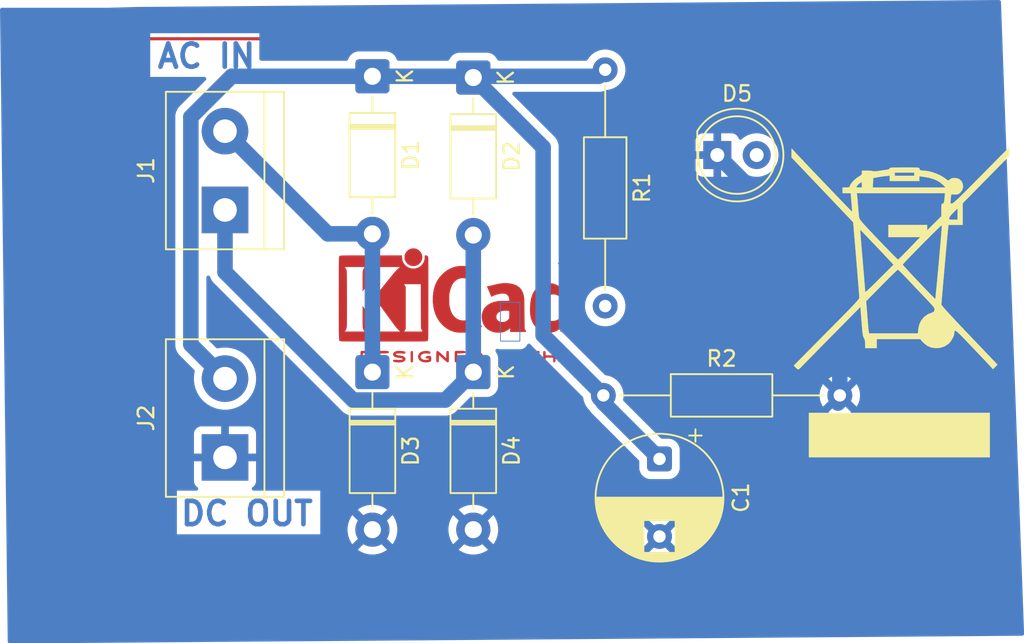
<source format=kicad_pcb>
(kicad_pcb (version 20241229) (generator "pcbnew") (generator_version "9.0")
  (layers (0 "F.Cu" signal) (2 "B.Cu" signal) (13 "F.Paste" user) (15 "B.Paste" user) (5 "F.SilkS" user "F.Silkscreen") (7 "B.SilkS" user "B.Silkscreen") (1 "F.Mask" user) (3 "B.Mask" user) (25 "Edge.Cuts" user))
  (net 0 "")
  (net 1 "Net-(D2-A)")
  (net 2 "Net-(D1-A)")
  (net 3 "/+VE")
  (net 4 "GND")
  (net 5 "Net-(D5-A)")
  (footprint "LED_THT:LED_D5.0mm" (layer "F.Cu") (at 168.725 69)
    (property "Reference" "D5" (at 1.27 -3.96 0) (layer "F.SilkS"))
    (property "Value" "LED")
    (pad "1" thru_hole rect (at 0 0) (size 1.8 1.8) (drill 0.9) (layers "*.Cu" "*.Mask") (net 4 "GND"))
    (pad "2" thru_hole circle (at 2.54 0) (size 1.8 1.8) (drill 0.9) (layers "*.Cu" "*.Mask") (net 5 "Net-(D5-A)"))
  )
  (footprint "TerminalBlock:TerminalBlock_bornier-2_P5.08mm" (layer "F.Cu") (at 137 88.5 90)
    (property "Reference" "J2" (at 2.54 -5.08 90) (layer "F.SilkS"))
    (property "Value" "Screw_Terminal_01x02")
    (pad "1" thru_hole rect (at 0 0 90) (size 3 3) (drill 1.52) (layers "*.Cu" "*.Mask") (net 4 "GND"))
    (pad "2" thru_hole circle (at 5.08 0 90) (size 3 3) (drill 1.52) (layers "*.Cu" "*.Mask") (net 3 "/+VE"))
  )
  (footprint "Resistor_THT:R_Axial_DIN0207_L6.3mm_D2.5mm_P15.24mm_Horizontal" (layer "F.Cu") (at 161.5 63.5 -90)
    (property "Reference" "R1" (at 7.62 -2.37 90) (layer "F.SilkS"))
    (property "Value" "10k")
    (pad "1" thru_hole circle (at 0 0 270) (size 1.6 1.6) (drill 0.8) (layers "*.Cu" "*.Mask") (net 3 "/+VE"))
    (pad "2" thru_hole circle (at 15.24 0 270) (size 1.6 1.6) (drill 0.8) (layers "*.Cu" "*.Mask") (net 5 "Net-(D5-A)"))
  )
  (footprint "Diode_THT:D_DO-41_SOD81_P10.16mm_Horizontal" (layer "F.Cu") (at 146.5 83 -90)
    (property "Reference" "D3" (at 5.08 -2.47 90) (layer "F.SilkS"))
    (property "Value" "1N4007")
    (fp_text user "K" (at 0 -2.1 90) (layer "F.SilkS"))
    (pad "1" thru_hole roundrect (at 0 0 270) (size 2.2 2.2) (drill 1.1) (layers "*.Cu" "*.Mask") (roundrect_rratio 0.113636) (net 2 "Net-(D1-A)"))
    (pad "2" thru_hole circle (at 10.16 0 270) (size 2.2 2.2) (drill 1.1) (layers "*.Cu" "*.Mask") (net 4 "GND"))
  )
  (footprint "Symbol:KiCad-Logo2_6mm_Copper" (layer "F.Cu") (at 152 78)
    (property "Reference" "REF**" (hide yes))
    (property "Value" "KiCad-Logo2_6mm_Copper" (hide yes))
    (fp_poly (pts (xy 4.200322 3.642069) (xy 4.224035 3.656839) (xy 4.250686 3.678419) (xy 4.250686 3.999965) (xy 4.250601 4.094022) (xy 4.250237 4.168124) (xy 4.249432 4.224896) (xy 4.248021 4.26696) (xy 4.245841 4.29694) (xy 4.242729 4.317459) (xy 4.238522 4.331141) (xy 4.233056 4.340608) (xy 4.22918 4.345274) (xy 4.197742 4.365767) (xy 4.161941 4.364931) (xy 4.130581 4.347456) (xy 4.10393 4.325876) (xy 4.10393 3.678419) (xy 4.130581 3.656839) (xy 4.156302 3.641141) (xy 4.177308 3.635259) (xy 4.200322 3.642069)) (stroke (width 0.01)) (fill yes) (layer "F.Cu"))
    (fp_poly (pts (xy -2.912114 3.657837) (xy -2.905534 3.66541) (xy -2.900371 3.675179) (xy -2.896456 3.689763) (xy -2.893616 3.711777) (xy -2.891679 3.74384) (xy -2.890475 3.788567) (xy -2.889831 3.848577) (xy -2.889576 3.926486) (xy -2.889537 4.002148) (xy -2.889606 4.095994) (xy -2.88993 4.169881) (xy -2.890678 4.226424) (xy -2.892024 4.268241) (xy -2.894138 4.297949) (xy -2.897192 4.318165) (xy -2.901358 4.331506) (xy -2.906808 4.34059) (xy -2.912114 4.346459) (xy -2.945118 4.366139) (xy -2.980283 4.364373) (xy -3.011747 4.342909) (xy -3.018976 4.334529) (xy -3.024626 4.324806) (xy -3.028891 4.311053) (xy -3.031965 4.290581) (xy -3.034044 4.260704) (xy -3.035322 4.218733) (xy -3.035993 4.161981) (xy -3.036251 4.087759) (xy -3.036292 4.003729) (xy -3.036292 3.690677) (xy -3.008583 3.662968) (xy -2.974429 3.639655) (xy -2.941298 3.638815) (xy -2.912114 3.657837)) (stroke (width 0.01)) (fill yes) (layer "F.Cu"))
    (fp_poly (pts (xy -2.726079 -2.96351) (xy -2.622973 -2.927762) (xy -2.526978 -2.871493) (xy -2.441247 -2.794712) (xy -2.36893 -2.697427) (xy -2.336445 -2.636108) (xy -2.308332 -2.55034) (xy -2.294705 -2.451323) (xy -2.296214 -2.349529) (xy -2.312969 -2.257286) (xy -2.358763 -2.144568) (xy -2.425168 -2.046793) (xy -2.508809 -1.965885) (xy -2.606312 -1.903768) (xy -2.7143 -1.862366) (xy -2.829399 -1.843603) (xy -2.948234 -1.849402) (xy -3.006811 -1.861794) (xy -3.120972 -1.906203) (xy -3.222365 -1.973967) (xy -3.308545 -2.062999) (xy -3.377066 -2.171209) (xy -3.382864 -2.183027) (xy -3.402904 -2.227372) (xy -3.415487 -2.26472) (xy -3.422319 -2.30412) (xy -3.425105 -2.354619) (xy -3.425568 -2.409567) (xy -3.424803 -2.475585) (xy -3.421352 -2.523311) (xy -3.413477 -2.561897) (xy -3.399443 -2.600494) (xy -3.38212 -2.638574) (xy -3.317505 -2.746672) (xy -3.237934 -2.834197) (xy -3.14656 -2.901159) (xy -3.046536 -2.947564) (xy -2.941012 -2.973419) (xy -2.833142 -2.978732) (xy -2.726079 -2.96351)) (stroke (width 0.01)) (fill yes) (layer "F.Cu"))
    (fp_poly (pts (xy 4.974773 3.635355) (xy 5.05348 3.635734) (xy 5.114571 3.636525) (xy 5.160525 3.637862) (xy 5.193822 3.639875) (xy 5.216944 3.642698) (xy 5.23237 3.646461) (xy 5.242579 3.651297) (xy 5.247521 3.655014) (xy 5.273165 3.68755) (xy 5.276267 3.72133) (xy 5.260419 3.752018) (xy 5.250056 3.764281) (xy 5.238904 3.772642) (xy 5.222743 3.777849) (xy 5.19735 3.780649) (xy 5.158506 3.781788) (xy 5.101988 3.782013) (xy 5.090888 3.782014) (xy 4.944952 3.782014) (xy 4.944952 4.052948) (xy 4.944856 4.138346) (xy 4.944419 4.204056) (xy 4.94342 4.252966) (xy 4.941636 4.287965) (xy 4.938845 4.311941) (xy 4.934825 4.327785) (xy 4.929353 4.338383) (xy 4.922374 4.346459) (xy 4.889442 4.366304) (xy 4.855062 4.36474) (xy 4.823884 4.342098) (xy 4.821594 4.339292) (xy 4.814137 4.328684) (xy 4.808455 4.316273) (xy 4.804309 4.299042) (xy 4.801458 4.273976) (xy 4.799662 4.238059) (xy 4.79868 4.188275) (xy 4.798272 4.121609) (xy 4.798197 4.045781) (xy 4.798197 3.782014) (xy 4.658835 3.782014) (xy 4.59903 3.78161) (xy 4.557626 3.780032) (xy 4.530456 3.776739) (xy 4.513354 3.771184) (xy 4.502151 3.762823) (xy 4.500791 3.76137) (xy 4.484433 3.728131) (xy 4.48588 3.690554) (xy 4.504686 3.657837) (xy 4.511958 3.65149) (xy 4.521335 3.646458) (xy 4.535317 3.642588) (xy 4.556404 3.639729) (xy 4.587097 3.637727) (xy 4.629897 3.636431) (xy 4.687303 3.63569) (xy 4.761818 3.63535) (xy 4.855941 3.63526) (xy 4.875968 3.635259) (xy 4.974773 3.635355)) (stroke (width 0.01)) (fill yes) (layer "F.Cu"))
    (fp_poly (pts (xy 6.240531 3.640725) (xy 6.27191 3.662968) (xy 6.299619 3.690677) (xy 6.299619 4.000112) (xy 6.299546 4.091991) (xy 6.299203 4.164032) (xy 6.2984 4.218972) (xy 6.296949 4.259552) (xy 6.29466 4.288509) (xy 6.291344 4.308583) (xy 6.286813 4.322513) (xy 6.280877 4.333037) (xy 6.276222 4.339292) (xy 6.245491 4.363865) (xy 6.210204 4.366533) (xy 6.177953 4.351463) (xy 6.167296 4.342566) (xy 6.160172 4.330749) (xy 6.155875 4.311718) (xy 6.153699 4.281184) (xy 6.152936 4.234854) (xy 6.152863 4.199063) (xy 6.152863 4.064237) (xy 5.656152 4.064237) (xy 5.656152 4.186892) (xy 5.655639 4.242979) (xy 5.653584 4.281525) (xy 5.649216 4.307553) (xy 5.641764 4.326089) (xy 5.632755 4.339292) (xy 5.601852 4.363796) (xy 5.566904 4.366698) (xy 5.533446 4.349281) (xy 5.524312 4.340151) (xy 5.51786 4.328047) (xy 5.513605 4.309193) (xy 5.51106 4.279812) (xy 5.509737 4.236129) (xy 5.509151 4.174367) (xy 5.509083 4.160192) (xy 5.508599 4.043823) (xy 5.508349 3.947919) (xy 5.508431 3.870369) (xy 5.508939 3.809061) (xy 5.50997 3.761882) (xy 5.511621 3.726722) (xy 5.513987 3.701468) (xy 5.517165 3.684009) (xy 5.521252 3.672233) (xy 5.526342 3.664027) (xy 5.531974 3.657837) (xy 5.563836 3.638036) (xy 5.597065 3.640725) (xy 5.628443 3.662968) (xy 5.641141 3.677318) (xy 5.649234 3.69317) (xy 5.65375 3.715746) (xy 5.655714 3.75027) (xy 5.656152 3.801968) (xy 5.656152 3.917481) (xy 6.152863 3.917481) (xy 6.152863 3.798948) (xy 6.15337 3.74434) (xy 6.155406 3.707467) (xy 6.159743 3.683499) (xy 6.167155 3.667607) (xy 6.175441 3.657837) (xy 6.207302 3.638036) (xy 6.240531 3.640725)) (stroke (width 0.01)) (fill yes) (layer "F.Cu"))
    (fp_poly (pts (xy 1.030017 3.635467) (xy 1.158996 3.639828) (xy 1.268699 3.653053) (xy 1.360934 3.675933) (xy 1.43751 3.709262) (xy 1.500235 3.75383) (xy 1.55092 3.810428) (xy 1.591371 3.87985) (xy 1.592167 3.881543) (xy 1.616309 3.943675) (xy 1.624911 3.998701) (xy 1.617939 4.054079) (xy 1.595362 4.117265) (xy 1.59108 4.126881) (xy 1.56188 4.183158) (xy 1.529064 4.226643) (xy 1.48671 4.263609) (xy 1.428898 4.300327) (xy 1.425539 4.302244) (xy 1.375212 4.326419) (xy 1.318329 4.344474) (xy 1.251235 4.357031) (xy 1.170273 4.364714) (xy 1.07179 4.368145) (xy 1.036994 4.368443) (xy 0.871302 4.369037) (xy 0.847905 4.339292) (xy 0.840965 4.329511) (xy 0.83555 4.318089) (xy 0.831473 4.302287) (xy 0.828545 4.279367) (xy 0.826575 4.246588) (xy 0.825933 4.222281) (xy 0.982552 4.222281) (xy 1.076434 4.222281) (xy 1.131372 4.220675) (xy 1.187768 4.216447) (xy 1.234053 4.210484) (xy 1.236847 4.209982) (xy 1.319056 4.187928) (xy 1.382822 4.154792) (xy 1.43016 4.109039) (xy 1.46309 4.049131) (xy 1.468816 4.033253) (xy 1.474429 4.008525) (xy 1.471999 3.984094) (xy 1.460175 3.951592) (xy 1.453048 3.935626) (xy 1.429708 3.893198) (xy 1.401588 3.863432) (xy 1.370648 3.842703) (xy 1.308674 3.815729) (xy 1.229359 3.79619) (xy 1.136961 3.784938) (xy 1.070041 3.782462) (xy 0.982552 3.782014) (xy 0.982552 4.222281) (xy 0.825933 4.222281) (xy 0.825376 4.201213) (xy 0.824758 4.140503) (xy 0.824533 4.061718) (xy 0.824508 4.000112) (xy 0.824508 3.690677) (xy 0.852217 3.662968) (xy 0.864514 3.651736) (xy 0.877811 3.644045) (xy 0.89638 3.639232) (xy 0.924494 3.636638) (xy 0.966425 3.635602) (xy 1.026445 3.635462) (xy 1.030017 3.635467)) (stroke (width 0.01)) (fill yes) (layer "F.Cu"))
    (fp_poly (pts (xy -6.109663 3.635258) (xy -6.070181 3.635659) (xy -5.954492 3.638451) (xy -5.857603 3.646742) (xy -5.776211 3.661424) (xy -5.707015 3.683385) (xy -5.646712 3.713514) (xy -5.592 3.752702) (xy -5.572459 3.769724) (xy -5.540042 3.809555) (xy -5.510812 3.863605) (xy -5.488283 3.923515) (xy -5.475971 3.980931) (xy -5.474692 4.002148) (xy -5.482709 4.060961) (xy -5.504191 4.125205) (xy -5.535291 4.186013) (xy -5.572158 4.234522) (xy -5.578146 4.240374) (xy -5.628871 4.281513) (xy -5.684417 4.313627) (xy -5.747988 4.337557) (xy -5.822786 4.354145) (xy -5.912014 4.364233) (xy -6.018874 4.368661) (xy -6.06782 4.369037) (xy -6.130054 4.368737) (xy -6.17382 4.367484) (xy -6.203223 4.364746) (xy -6.222371 4.359993) (xy -6.235369 4.352693) (xy -6.242337 4.346459) (xy -6.248918 4.338886) (xy -6.25408 4.329116) (xy -6.257995 4.314532) (xy -6.260835 4.292518) (xy -6.262772 4.260456) (xy -6.263976 4.215728) (xy -6.26462 4.155718) (xy -6.264875 4.077809) (xy -6.264914 4.002148) (xy -6.265162 3.901233) (xy -6.265109 3.820619) (xy -6.264149 3.782014) (xy -6.118159 3.782014) (xy -6.118159 4.222281) (xy -6.025026 4.222196) (xy -5.968985 4.220588) (xy -5.910291 4.216448) (xy -5.86132 4.210656) (xy -5.85983 4.210418) (xy -5.780684 4.191282) (xy -5.719294 4.161479) (xy -5.672597 4.11907) (xy -5.642927 4.073153) (xy -5.624645 4.022218) (xy -5.626063 3.974392) (xy -5.64728 3.923125) (xy -5.688781 3.870091) (xy -5.74629 3.830792) (xy -5.821042 3.804523) (xy -5.871 3.795227) (xy -5.927708 3.788699) (xy -5.987811 3.783974) (xy -6.038931 3.782009) (xy -6.041959 3.782) (xy -6.118159 3.782014) (xy -6.264149 3.782014) (xy -6.263552 3.758043) (xy -6.25929 3.711247) (xy -6.251122 3.67797) (xy -6.237848 3.655951) (xy -6.218266 3.642931) (xy -6.191175 3.636649) (xy -6.155374 3.634845) (xy -6.109663 3.635258)) (stroke (width 0.01)) (fill yes) (layer "F.Cu"))
    (fp_poly (pts (xy -1.288406 3.63964) (xy -1.26484 3.653465) (xy -1.234027 3.676073) (xy -1.19437 3.70853) (xy -1.144272 3.7519) (xy -1.082135 3.80725) (xy -1.006364 3.875643) (xy -0.919626 3.954276) (xy -0.739003 4.11807) (xy -0.733359 3.898221) (xy -0.731321 3.822543) (xy -0.729355 3.766186) (xy -0.727026 3.725898) (xy -0.723898 3.698427) (xy -0.719537 3.680521) (xy -0.713508 3.668929) (xy -0.705376 3.6604) (xy -0.701064 3.656815) (xy -0.666533 3.637862) (xy -0.633675 3.640633) (xy -0.60761 3.656825) (xy -0.580959 3.678391) (xy -0.577644 3.993343) (xy -0.576727 4.085971) (xy -0.57626 4.158736) (xy -0.576405 4.214353) (xy -0.577324 4.255534) (xy -0.579179 4.284995) (xy -0.582131 4.305447) (xy -0.586342 4.319605) (xy -0.591974 4.330183) (xy -0.598219 4.338666) (xy -0.611731 4.354399) (xy -0.625175 4.364828) (xy -0.640416 4.368831) (xy -0.659318 4.365286) (xy -0.683747 4.353071) (xy -0.715565 4.331063) (xy -0.75664 4.298141) (xy -0.808834 4.253183) (xy -0.874014 4.195067) (xy -0.947848 4.128291) (xy -1.213137 3.88765) (xy -1.218781 4.106781) (xy -1.220823 4.18232) (xy -1.222794 4.238546) (xy -1.225131 4.278716) (xy -1.228273 4.306088) (xy -1.232656 4.32392) (xy -1.238716 4.335471) (xy -1.246892 4.343999) (xy -1.251076 4.347474) (xy -1.288057 4.366564) (xy -1.323 4.363685) (xy -1.353428 4.339292) (xy -1.360389 4.329478) (xy -1.365815 4.318018) (xy -1.369895 4.30216) (xy -1.372821 4.279155) (xy -1.374784 4.246254) (xy -1.375975 4.200708) (xy -1.376584 4.139765) (xy -1.376803 4.060678) (xy -1.376826 4.002148) (xy -1.376752 3.910599) (xy -1.376405 3.838879) (xy -1.375593 3.784237) (xy -1.374125 3.743924) (xy -1.371811 3.71519) (xy -1.368459 3.695285) (xy -1.36388 3.68146) (xy -1.357881 3.670964) (xy -1.353428 3.665003) (xy -1.342142 3.650883) (xy -1.331593 3.640221) (xy -1.320185 3.634084) (xy -1.306322 3.633535) (xy -1.288406 3.63964)) (stroke (width 0.01)) (fill yes) (layer "F.Cu"))
    (fp_poly (pts (xy -1.938373 3.640791) (xy -1.869857 3.652287) (xy -1.817235 3.670159) (xy -1.783 3.693691) (xy -1.773671 3.707116) (xy -1.764185 3.73834) (xy -1.770569 3.766587) (xy -1.790722 3.793374) (xy -1.822037 3.805905) (xy -1.867475 3.804888) (xy -1.902618 3.798098) (xy -1.980711 3.785163) (xy -2.060518 3.783934) (xy -2.149847 3.794433) (xy -2.174521 3.798882) (xy -2.257583 3.8223) (xy -2.322565 3.857137) (xy -2.368753 3.902796) (xy -2.395437 3.958686) (xy -2.400955 3.98758) (xy -2.397343 4.046204) (xy -2.374021 4.098071) (xy -2.333116 4.14217) (xy -2.276751 4.177491) (xy -2.207052 4.203021) (xy -2.126144 4.217751) (xy -2.036152 4.22067) (xy -1.939202 4.210767) (xy -1.933728 4.209833) (xy -1.895167 4.202651) (xy -1.873786 4.195713) (xy -1.864519 4.185419) (xy -1.862298 4.168168) (xy -1.862248 4.159033) (xy -1.862248 4.120681) (xy -1.930723 4.120681) (xy -1.991192 4.116539) (xy -2.032457 4.103339) (xy -2.056467 4.079922) (xy -2.065169 4.045128) (xy -2.065275 4.040586) (xy -2.060184 4.010846) (xy -2.042725 3.989611) (xy -2.010231 3.975558) (xy -1.960035 3.967365) (xy -1.911415 3.964353) (xy -1.840748 3.962625) (xy -1.78949 3.965262) (xy -1.754531 3.974992) (xy -1.732762 3.994545) (xy -1.721072 4.026648) (xy -1.716352 4.07403) (xy -1.715492 4.136263) (xy -1.716901 4.205727) (xy -1.72114 4.252978) (xy -1.728228 4.278204) (xy -1.729603 4.28018) (xy -1.76852 4.3117) (xy -1.825578 4.336662) (xy -1.897161 4.354532) (xy -1.97965 4.364778) (xy -2.069431 4.366865) (xy -2.162884 4.36026) (xy -2.217848 4.352148) (xy -2.304058 4.327746) (xy -2.384184 4.287854) (xy -2.451269 4.236079) (xy -2.461465 4.225731) (xy -2.494594 4.182227) (xy -2.524486 4.12831) (xy -2.547649 4.071784) (xy -2.56059 4.020451) (xy -2.56215 4.000736) (xy -2.55551 3.959611) (xy -2.53786 3.908444) (xy -2.512589 3.854586) (xy -2.483081 3.805387) (xy -2.457011 3.772526) (xy -2.396057 3.723644) (xy -2.317261 3.684737) (xy -2.223449 3.656686) (xy -2.117442 3.640371) (xy -2.020292 3.636384) (xy -1.938373 3.640791)) (stroke (width 0.01)) (fill yes) (layer "F.Cu"))
    (fp_poly (pts (xy 0.242051 3.635452) (xy 0.318409 3.636366) (xy 0.376925 3.638503) (xy 0.419963 3.642367) (xy 0.449891 3.648459) (xy 0.469076 3.657282) (xy 0.479884 3.669338) (xy 0.484681 3.685131) (xy 0.485835 3.705162) (xy 0.485841 3.707527) (xy 0.484839 3.730184) (xy 0.480104 3.747695) (xy 0.469041 3.760766) (xy 0.449056 3.770105) (xy 0.417554 3.776419) (xy 0.37194 3.780414) (xy 0.309621 3.782798) (xy 0.228001 3.784278) (xy 0.202985 3.784606) (xy -0.039092 3.787659) (xy -0.042478 3.85257) (xy -0.045863 3.917481) (xy 0.122284 3.917481) (xy 0.187974 3.917723) (xy 0.23488 3.918748) (xy 0.266791 3.921003) (xy 0.287499 3.924934) (xy 0.300792 3.93099) (xy 0.310463 3.939616) (xy 0.310525 3.939685) (xy 0.328064 3.973304) (xy 0.32743 4.00964) (xy 0.309022 4.040615) (xy 0.305379 4.043799) (xy 0.292449 4.052004) (xy 0.274732 4.057713) (xy 0.248278 4.061354) (xy 0.20914 4.063359) (xy 0.15337 4.064156) (xy 0.117702 4.064237) (xy -0.044737 4.064237) (xy -0.044737 4.222281) (xy 0.201869 4.222281) (xy 0.283288 4.222423) (xy 0.345118 4.223006) (xy 0.390345 4.22426) (xy 0.421956 4.226419) (xy 0.442939 4.229715) (xy 0.456281 4.234381) (xy 0.464969 4.240649) (xy 0.467158 4.242925) (xy 0.483322 4.274472) (xy 0.484505 4.31036) (xy 0.471244 4.341477) (xy 0.460751 4.351463) (xy 0.449837 4.356961) (xy 0.432925 4.361214) (xy 0.407341 4.364372) (xy 0.370409 4.366584) (xy 0.319454 4.367998) (xy 0.251802 4.368764) (xy 0.164777 4.36903) (xy 0.145102 4.369037) (xy 0.056619 4.368979) (xy -0.012065 4.368659) (xy -0.063728 4.367859) (xy -0.101147 4.366359) (xy -0.127102 4.363941) (xy -0.14437 4.360386) (xy -0.15573 4.355474) (xy -0.16396 4.348987) (xy -0.168475 4.34433) (xy -0.175271 4.336081) (xy -0.18058 4.325861) (xy -0.184586 4.310992) (xy -0.187471 4.288794) (xy -0.189418 4.256585) (xy -0.190611 4.211688) (xy -0.191231 4.15142) (xy -0.191463 4.073103) (xy -0.191492 4.007186) (xy -0.191421 3.91482) (xy -0.191084 3.842309) (xy -0.190294 3.786929) (xy -0.188866 3.745957) (xy -0.186613 3.71667) (xy -0.183349 3.696345) (xy -0.178888 3.682258) (xy -0.173044 3.671687) (xy -0.168095 3.665003) (xy -0.144698 3.635259) (xy 0.145482 3.635259) (xy 0.242051 3.635452)) (stroke (width 0.01)) (fill yes) (layer "F.Cu"))
    (fp_poly (pts (xy -4.701086 3.635338) (xy -4.631678 3.63571) (xy -4.579289 3.636577) (xy -4.541139 3.638138) (xy -4.514451 3.640595) (xy -4.496445 3.644149) (xy -4.484341 3.649002) (xy -4.475361 3.655353) (xy -4.47211 3.658276) (xy -4.452335 3.689334) (xy -4.448774 3.72502) (xy -4.461783 3.756702) (xy -4.467798 3.763105) (xy -4.477527 3.769313) (xy -4.493193 3.774102) (xy -4.5177 3.777706) (xy -4.553953 3.780356) (xy -4.604857 3.782287) (xy -4.673318 3.783731) (xy -4.735909 3.78461) (xy -4.983626 3.787659) (xy -4.987011 3.85257) (xy -4.990397 3.917481) (xy -4.82225 3.917481) (xy -4.749251 3.918111) (xy -4.695809 3.920745) (xy -4.65892 3.926501) (xy -4.63558 3.936496) (xy -4.622786 3.951848) (xy -4.617534 3.973674) (xy -4.616737 3.99393) (xy -4.619215 4.018784) (xy -4.628569 4.037098) (xy -4.647675 4.049829) (xy -4.67941 4.057933) (xy -4.726651 4.062368) (xy -4.792275 4.064091) (xy -4.828093 4.064237) (xy -4.98927 4.064237) (xy -4.98927 4.222281) (xy -4.740914 4.222281) (xy -4.659505 4.222394) (xy -4.597634 4.222904) (xy -4.55226 4.224062) (xy -4.520346 4.226122) (xy -4.498851 4.229338) (xy -4.484735 4.233964) (xy -4.47496 4.240251) (xy -4.469981 4.244859) (xy -4.452902 4.271752) (xy -4.447403 4.295659) (xy -4.455255 4.324859) (xy -4.469981 4.346459) (xy -4.477838 4.353258) (xy -4.48798 4.358538) (xy -4.503136 4.36249) (xy -4.526033 4.365305) (xy -4.559401 4.367174) (xy -4.605967 4.36829) (xy -4.668459 4.368843) (xy -4.749606 4.369025) (xy -4.791714 4.369037) (xy -4.88189 4.368957) (xy -4.952216 4.36859) (xy -5.005421 4.367744) (xy -5.044232 4.366228) (xy -5.071379 4.363851) (xy -5.08959 4.360421) (xy -5.101592 4.355746) (xy -5.110114 4.349636) (xy -5.113448 4.346459) (xy -5.120047 4.338862) (xy -5.125219 4.329062) (xy -5.129138 4.314431) (xy -5.131976 4.292344) (xy -5.133907 4.260174) (xy -5.135104 4.215295) (xy -5.13574 4.155081) (xy -5.135989 4.076905) (xy -5.136026 4.004115) (xy -5.135992 3.910899) (xy -5.135757 3.837623) (xy -5.135122 3.78165) (xy -5.133886 3.740343) (xy -5.131848 3.711064) (xy -5.128809 3.691176) (xy -5.124569 3.678042) (xy -5.118927 3.669024) (xy -5.111683 3.661485) (xy -5.109898 3.659804) (xy -5.101237 3.652364) (xy -5.091174 3.646601) (xy -5.076917 3.642304) (xy -5.055675 3.639256) (xy -5.024656 3.637243) (xy -4.981069 3.636052) (xy -4.922123 3.635467) (xy -4.845026 3.635275) (xy -4.790293 3.635259) (xy -4.701086 3.635338)) (stroke (width 0.01)) (fill yes) (layer "F.Cu"))
    (fp_poly (pts (xy 3.756373 3.637226) (xy 3.775963 3.644227) (xy 3.776718 3.644569) (xy 3.803321 3.66487) (xy 3.817978 3.685753) (xy 3.820846 3.695544) (xy 3.820704 3.708553) (xy 3.816669 3.727087) (xy 3.807854 3.753449) (xy 3.793377 3.789944) (xy 3.772353 3.838879) (xy 3.743896 3.902557) (xy 3.707123 3.983285) (xy 3.686883 4.027408) (xy 3.650333 4.106177) (xy 3.616023 4.178615) (xy 3.58526 4.242072) (xy 3.559356 4.2939) (xy 3.539618 4.331451) (xy 3.527358 4.352076) (xy 3.524932 4.354925) (xy 3.493891 4.367494) (xy 3.458829 4.365811) (xy 3.430708 4.350524) (xy 3.429562 4.349281) (xy 3.418376 4.332346) (xy 3.399612 4.299362) (xy 3.375583 4.254572) (xy 3.348605 4.202224) (xy 3.338909 4.182934) (xy 3.265722 4.036342) (xy 3.185948 4.195585) (xy 3.157475 4.250607) (xy 3.131058 4.298324) (xy 3.108856 4.335085) (xy 3.093027 4.357236) (xy 3.087662 4.361933) (xy 3.045965 4.368294) (xy 3.011557 4.354925) (xy 3.001436 4.340638) (xy 2.983922 4.308884) (xy 2.960443 4.262789) (xy 2.932428 4.205477) (xy 2.901307 4.140072) (xy 2.868507 4.069699) (xy 2.835458 3.997483) (xy 2.803589 3.926547) (xy 2.774327 3.860017) (xy 2.749103 3.801018) (xy 2.729344 3.752673) (xy 2.71648 3.718107) (xy 2.711939 3.700445) (xy 2.711985 3.699805) (xy 2.723034 3.67758) (xy 2.745118 3.654945) (xy 2.746418 3.65396) (xy 2.773561 3.638617) (xy 2.798666 3.638766) (xy 2.808076 3.641658) (xy 2.819542 3.64791) (xy 2.831718 3.660206) (xy 2.846065 3.6811) (xy 2.864044 3.713141) (xy 2.887115 3.75888) (xy 2.916738 3.820869) (xy 2.943453 3.87809) (xy 2.974188 3.944418) (xy 3.001729 4.004066) (xy 3.024646 4.053917) (xy 3.041506 4.090856) (xy 3.050881 4.111765) (xy 3.052248 4.115037) (xy 3.058397 4.109689) (xy 3.07253 4.087301) (xy 3.092765 4.051138) (xy 3.117223 4.004469) (xy 3.126956 3.985214) (xy 3.159925 3.920196) (xy 3.185351 3.872846) (xy 3.20532 3.840411) (xy 3.221918 3.820138) (xy 3.237232 3.809274) (xy 3.253348 3.805067) (xy 3.263851 3.804592) (xy 3.282378 3.806234) (xy 3.298612 3.813023) (xy 3.314743 3.827758) (xy 3.332959 3.853236) (xy 3.355447 3.892253) (xy 3.384397 3.947606) (xy 3.40037 3.979095) (xy 3.426278 4.029279) (xy 3.448875 4.070896) (xy 3.466166 4.100434) (xy 3.476158 4.114381) (xy 3.477517 4.114962) (xy 3.483969 4.103985) (xy 3.498416 4.075482) (xy 3.519411 4.032436) (xy 3.545505 3.97783) (xy 3.575254 3.914646) (xy 3.589888 3.883263) (xy 3.627958 3.80227) (xy 3.658613 3.739948) (xy 3.683445 3.694263) (xy 3.704045 3.663181) (xy 3.722006 3.64467) (xy 3.738918 3.636696) (xy 3.756373 3.637226)) (stroke (width 0.01)) (fill yes) (layer "F.Cu"))
    (fp_poly (pts (xy -3.679995 3.636543) (xy -3.60518 3.641773) (xy -3.535598 3.649942) (xy -3.475294 3.660742) (xy -3.428312 3.673865) (xy -3.398698 3.689005) (xy -3.394152 3.693461) (xy -3.378346 3.728042) (xy -3.383139 3.763543) (xy -3.407656 3.793917) (xy -3.408826 3.794788) (xy -3.423246 3.804146) (xy -3.4383 3.809068) (xy -3.459297 3.809665) (xy -3.491549 3.806053) (xy -3.540365 3.798346) (xy -3.544292 3.797697) (xy -3.617031 3.788761) (xy -3.695509 3.784353) (xy -3.774219 3.784311) (xy -3.847653 3.788471) (xy -3.910303 3.796671) (xy -3.956662 3.808749) (xy -3.959708 3.809963) (xy -3.99334 3.828807) (xy -4.005156 3.847877) (xy -3.995906 3.866631) (xy -3.966339 3.884529) (xy -3.917203 3.901029) (xy -3.849249 3.915588) (xy -3.803937 3.922598) (xy -3.709748 3.936081) (xy -3.634836 3.948406) (xy -3.576009 3.960641) (xy -3.530077 3.973853) (xy -3.493847 3.989109) (xy -3.46413 4.007477) (xy -3.437734 4.030023) (xy -3.416522 4.052163) (xy -3.391357 4.083011) (xy -3.378973 4.109537) (xy -3.3751 4.142218) (xy -3.374959 4.154187) (xy -3.377868 4.193904) (xy -3.389494 4.223451) (xy -3.409615 4.249678) (xy -3.450508 4.289768) (xy -3.496109 4.320341) (xy -3.549805 4.342395) (xy -3.614984 4.356927) (xy -3.695036 4.364933) (xy -3.793349 4.36741) (xy -3.809581 4.367369) (xy -3.875141 4.36601) (xy -3.940158 4.362922) (xy -3.997544 4.358548) (xy -4.040214 4.353332) (xy -4.043664 4.352733) (xy -4.086088 4.342683) (xy -4.122072 4.329988) (xy -4.142442 4.318382) (xy -4.161399 4.287764) (xy -4.162719 4.25211) (xy -4.146377 4.220336) (xy -4.142721 4.216743) (xy -4.127607 4.206068) (xy -4.108707 4.201468) (xy -4.079454 4.202251) (xy -4.043943 4.206319) (xy -4.004262 4.209954) (xy -3.948637 4.21302) (xy -3.883698 4.215245) (xy -3.816077 4.216356) (xy -3.798292 4.216429) (xy -3.73042 4.216156) (xy -3.680746 4.214838) (xy -3.644902 4.212019) (xy -3.618516 4.207242) (xy -3.597218 4.200049) (xy -3.584418 4.194059) (xy -3.556292 4.177425) (xy -3.53836 4.16236) (xy -3.535739 4.158089) (xy -3.541268 4.140455) (xy -3.567552 4.123384) (xy -3.61277 4.10765) (xy -3.6751 4.09403) (xy -3.693463 4.090996) (xy -3.789382 4.07593) (xy -3.865933 4.063338) (xy -3.926072 4.052303) (xy -3.972752 4.041912) (xy -4.008929 4.031248) (xy -4.037557 4.019397) (xy -4.06159 4.005443) (xy -4.083984 3.988473) (xy -4.107694 3.96757) (xy -4.115672 3.960241) (xy -4.143645 3.932891) (xy -4.158452 3.911221) (xy -4.164244 3.886424) (xy -4.165181 3.855175) (xy -4.154867 3.793897) (xy -4.124044 3.741832) (xy -4.072887 3.69915) (xy -4.001575 3.666017) (xy -3.950692 3.651156) (xy -3.895392 3.641558) (xy -3.829145 3.636128) (xy -3.755998 3.634559) (xy -3.679995 3.636543)) (stroke (width 0.01)) (fill yes) (layer "F.Cu"))
    (fp_poly (pts (xy 0.439962 -1.839501) (xy 0.588014 -1.823293) (xy 0.731452 -1.794282) (xy 0.87611 -1.750955) (xy 1.027824 -1.691799) (xy 1.192428 -1.6153) (xy 1.222071 -1.600483) (xy 1.290098 -1.566969) (xy 1.354256 -1.536792) (xy 1.408215 -1.512834) (xy 1.44564 -1.497976) (xy 1.451389 -1.496105) (xy 1.506486 -1.479598) (xy 1.259851 -1.120799) (xy 1.199552 -1.033107) (xy 1.144422 -0.952988) (xy 1.096336 -0.883164) (xy 1.057168 -0.826353) (xy 1.028794 -0.785277) (xy 1.013087 -0.762654) (xy 1.010536 -0.759072) (xy 1.000171 -0.766562) (xy 0.97466 -0.789082) (xy 0.938563 -0.822539) (xy 0.918642 -0.84145) (xy 0.805773 -0.931222) (xy 0.679014 -0.999439) (xy 0.569783 -1.036805) (xy 0.504214 -1.04854) (xy 0.422116 -1.055692) (xy 0.333144 -1.058126) (xy 0.246956 -1.055712) (xy 0.173205 -1.048317) (xy 0.143776 -1.042653) (xy 0.011133 -0.997018) (xy -0.108394 -0.927337) (xy -0.214717 -0.83374) (xy -0.307747 -0.716351) (xy -0.387395 -0.5753) (xy -0.453574 -0.410714) (xy -0.506194 -0.22272) (xy -0.537467 -0.061783) (xy -0.545626 0.009263) (xy -0.551185 0.101046) (xy -0.554198 0.206968) (xy -0.554719 0.320434) (xy -0.5528 0.434849) (xy -0.548497 0.543617) (xy -0.541863 0.640143) (xy -0.532951 0.717831) (xy -0.531021 0.729817) (xy -0.488501 0.922892) (xy -0.430567 1.093773) (xy -0.356867 1.243224) (xy -0.267049 1.372011) (xy -0.203293 1.441639) (xy -0.088714 1.536173) (xy 0.036942 1.606246) (xy 0.171557 1.651477) (xy 0.313011 1.671484) (xy 0.459183 1.665885) (xy 0.607955 1.6343) (xy 0.695911 1.603394) (xy 0.817629 1.541506) (xy 0.94308 1.452729) (xy 1.013353 1.392694) (xy 1.052811 1.357947) (xy 1.083812 1.332454) (xy 1.101458 1.32017) (xy 1.103648 1.319795) (xy 1.111524 1.332347) (xy 1.131932 1.365516) (xy 1.163132 1.416458) (xy 1.203386 1.482331) (xy 1.250957 1.560289) (xy 1.304104 1.64749) (xy 1.333687 1.696067) (xy 1.559648 2.067215) (xy 1.277527 2.206639) (xy 1.175522 2.256719) (xy 1.092889 2.29621) (xy 1.024578 2.327073) (xy 0.965537 2.351268) (xy 0.910714 2.370758) (xy 0.85506 2.387503) (xy 0.793523 2.403465) (xy 0.73454 2.417482) (xy 0.682115 2.428329) (xy 0.627288 2.436526) (xy 0.564572 2.442528) (xy 0.488477 2.44679) (xy 0.393516 2.449767) (xy 0.329513 2.451052) (xy 0.238192 2.45193) (xy 0.150627 2.451487) (xy 0.072612 2.449852) (xy 0.009942 2.447149) (xy -0.031587 2.443505) (xy -0.034048 2.443142) (xy -0.249697 2.396487) (xy -0.452207 2.325729) (xy -0.641505 2.230914) (xy -0.817521 2.112089) (xy -0.980184 1.9693) (xy -1.129422 1.802594) (xy -1.237504 1.654433) (xy -1.352566 1.460502) (xy -1.445577 1.255699) (xy -1.516987 1.038383) (xy -1.567244 0.806912) (xy -1.596799 0.559643) (xy -1.606111 0.308559) (xy -1.598452 0.06567) (xy -1.574387 -0.15843) (xy -1.533148 -0.367523) (xy -1.473973 -0.565387) (xy -1.396096 -0.755804) (xy -1.386797 -0.775532) (xy -1.284352 -0.959941) (xy -1.158528 -1.135424) (xy -1.012888 -1.29835) (xy -0.850999 -1.445086) (xy -0.676424 -1.571999) (xy -0.513756 -1.665095) (xy -0.349427 -1.738009) (xy -0.184749 -1.790826) (xy -0.013348 -1.824985) (xy 0.171153 -1.841922) (xy 0.281459 -1.84442) (xy 0.439962 -1.839501)) (stroke (width 0.01)) (fill yes) (layer "F.Cu"))
    (fp_poly (pts (xy 6.84227 -2.043175) (xy 6.959041 -2.042696) (xy 6.998729 -2.042455) (xy 7.544486 -2.038865) (xy 7.551351 0.054919) (xy 7.552258 0.338842) (xy 7.553062 0.59664) (xy 7.553815 0.829646) (xy 7.554569 1.039194) (xy 7.555375 1.226618) (xy 7.556285 1.39325) (xy 7.557351 1.540425) (xy 7.558624 1.669477) (xy 7.560156 1.781739) (xy 7.561998 1.878544) (xy 7.564203 1.961226) (xy 7.566822 2.031119) (xy 7.569906 2.089557) (xy 7.573508 2.137872) (xy 7.577678 2.1774) (xy 7.582469 2.209473) (xy 7.587931 2.235424) (xy 7.594118 2.256589) (xy 7.60108 2.274299) (xy 7.608869 2.289889) (xy 7.617537 2.304693) (xy 7.627135 2.320044) (xy 7.637715 2.337276) (xy 7.639884 2.340946) (xy 7.676268 2.403031) (xy 7.150431 2.399434) (xy 6.624594 2.395838) (xy 6.617729 2.280331) (xy 6.613992 2.224899) (xy 6.610097 2.192851) (xy 6.604811 2.180135) (xy 6.596903 2.182696) (xy 6.59027 2.190024) (xy 6.561374 2.216714) (xy 6.514279 2.251021) (xy 6.45562 2.288846) (xy 6.392031 2.32609) (xy 6.330149 2.358653) (xy 6.282634 2.380077) (xy 6.171316 2.415283) (xy 6.043596 2.440222) (xy 5.908901 2.453941) (xy 5.776663 2.455486) (xy 5.656308 2.443906) (xy 5.654326 2.443574) (xy 5.489641 2.40225) (xy 5.335479 2.336412) (xy 5.193328 2.247474) (xy 5.064675 2.136852) (xy 4.951007 2.005961) (xy 4.85381 1.856216) (xy 4.774572 1.689033) (xy 4.73143 1.56519) (xy 4.702979 1.461581) (xy 4.68188 1.361252) (xy 4.667488 1.258109) (xy 4.659158 1.146057) (xy 4.656245 1.019001) (xy 4.657535 0.915252) (xy 5.67065 0.915252) (xy 5.675444 1.089222) (xy 5.690568 1.238895) (xy 5.716485 1.365597) (xy 5.753663 1.470658) (xy 5.802565 1.555406) (xy 5.863658 1.621169) (xy 5.934177 1.667659) (xy 5.970871 1.685014) (xy 6.002696 1.695419) (xy 6.038177 1.700179) (xy 6.085841 1.700601) (xy 6.137189 1.698748) (xy 6.238169 1.689841) (xy 6.318035 1.672398) (xy 6.343135 1.663661) (xy 6.400448 1.637857) (xy 6.460897 1.605453) (xy 6.487297 1.589233) (xy 6.555946 1.544205) (xy 6.555946 0.116982) (xy 6.480432 0.071718) (xy 6.375121 0.020572) (xy 6.267525 -0.009676) (xy 6.161581 -0.019205) (xy 6.061224 -0.008193) (xy 5.970387 0.023181) (xy 5.893007 0.07474) (xy 5.868039 0.099488) (xy 5.807856 0.180577) (xy 5.759145 0.278734) (xy 5.721499 0.395643) (xy 5.694512 0.532985) (xy 5.677775 0.692444) (xy 5.670883 0.8757) (xy 5.67065 0.915252) (xy 4.657535 0.915252) (xy 4.658073 0.872067) (xy 4.669647 0.646053) (xy 4.69292 0.442192) (xy 4.728504 0.257513) (xy 4.777013 0.089048) (xy 4.83906 -0.066174) (xy 4.861201 -0.112192) (xy 4.950385 -0.262261) (xy 5.058159 -0.395623) (xy 5.18199 -0.510123) (xy 5.319342 -0.603611) (xy 5.467683 -0.673932) (xy 5.556604 -0.70294) (xy 5.643933 -0.72016) (xy 5.749011 -0.730406) (xy 5.863029 -0.733682) (xy 5.977177 -0.729991) (xy 6.082648 -0.71934) (xy 6.167334 -0.70263) (xy 6.268128 -0.66986) (xy 6.365822 -0.627721) (xy 6.451296 -0.580481) (xy 6.496789 -0.548419) (xy 6.528169 -0.524578) (xy 6.550142 -0.510061) (xy 6.555141 -0.508) (xy 6.55669 -0.521282) (xy 6.558135 -0.559337) (xy 6.559443 -0.619481) (xy 6.560583 -0.699027) (xy 6.561521 -0.795289) (xy 6.562226 -0.905581) (xy 6.562667 -1.027219) (xy 6.562811 -1.151115) (xy 6.56273 -1.309804) (xy 6.562335 -1.443592) (xy 6.561395 -1.55504) (xy 6.55968 -1.646705) (xy 6.556957 -1.721147) (xy 6.552997 -1.780925) (xy 6.547569 -1.828598) (xy 6.540441 -1.866726) (xy 6.531384 -1.897866) (xy 6.520167 -1.924579) (xy 6.506558 -1.949423) (xy 6.490328 -1.974957) (xy 6.48824 -1.978119) (xy 6.467306 -2.01119) (xy 6.454667 -2.033931) (xy 6.452973 -2.038728) (xy 6.466216 -2.040241) (xy 6.504002 -2.041472) (xy 6.563416 -2.042401) (xy 6.641542 -2.043008) (xy 6.735465 -2.043273) (xy 6.84227 -2.043175)) (stroke (width 0.01)) (fill yes) (layer "F.Cu"))
    (fp_poly (pts (xy 3.167505 -0.735771) (xy 3.235531 -0.730622) (xy 3.430163 -0.704727) (xy 3.602529 -0.663425) (xy 3.75347 -0.606147) (xy 3.883825 -0.532326) (xy 3.994434 -0.441392) (xy 4.086135 -0.332778) (xy 4.15977 -0.205915) (xy 4.213539 -0.068648) (xy 4.227187 -0.024863) (xy 4.239073 0.016141) (xy 4.249334 0.056569) (xy 4.258113 0.09863) (xy 4.265548 0.144531) (xy 4.27178 0.19648) (xy 4.27695 0.256685) (xy 4.281196 0.327352) (xy 4.28466 0.410689) (xy 4.287481 0.508905) (xy 4.2898 0.624205) (xy 4.291757 0.758799) (xy 4.293491 0.914893) (xy 4.295143 1.094695) (xy 4.296324 1.235676) (xy 4.30427 2.203622) (xy 4.355756 2.29677) (xy 4.380137 2.341645) (xy 4.39828 2.376501) (xy 4.406935 2.395054) (xy 4.407243 2.396311) (xy 4.394014 2.397749) (xy 4.356326 2.399074) (xy 4.297183 2.400249) (xy 4.219586 2.401237) (xy 4.126536 2.401999) (xy 4.021035 2.4025) (xy 3.906084 2.402701) (xy 3.892378 2.402703) (xy 3.377513 2.402703) (xy 3.377513 2.286) (xy 3.376635 2.23326) (xy 3.374292 2.192926) (xy 3.370921 2.1713) (xy 3.369431 2.169298) (xy 3.355804 2.177683) (xy 3.327757 2.199692) (xy 3.291303 2.230601) (xy 3.290485 2.231316) (xy 3.223962 2.280843) (xy 3.139948 2.330575) (xy 3.047937 2.375626) (xy 2.957421 2.41111) (xy 2.917567 2.423236) (xy 2.838255 2.438637) (xy 2.740935 2.448465) (xy 2.634516 2.45258) (xy 2.527907 2.450841) (xy 2.430017 2.443108) (xy 2.361513 2.431981) (xy 2.19352 2.382648) (xy 2.042281 2.312342) (xy 1.908782 2.221933) (xy 1.794006 2.112295) (xy 1.698937 1.984299) (xy 1.62456 1.838818) (xy 1.592474 1.750541) (xy 1.572365 1.664739) (xy 1.559038 1.561736) (xy 1.552872 1.451034) (xy 1.553074 1.434925) (xy 2.481648 1.434925) (xy 2.489348 1.517184) (xy 2.514989 1.585546) (xy 2.562378 1.64897) (xy 2.580579 1.667567) (xy 2.645282 1.717846) (xy 2.720066 1.750056) (xy 2.809662 1.765648) (xy 2.904012 1.766796) (xy 2.993501 1.759216) (xy 3.062018 1.744389) (xy 3.091775 1.733253) (xy 3.145408 1.702904) (xy 3.202235 1.660221) (xy 3.254082 1.612317) (xy 3.292778 1.566301) (xy 3.303054 1.549421) (xy 3.311042 1.525782) (xy 3.316721 1.488168) (xy 3.320356 1.432985) (xy 3.322211 1.35664) (xy 3.322594 1.283981) (xy 3.322335 1.19927) (xy 3.321287 1.138018) (xy 3.319045 1.096227) (xy 3.315206 1.069899) (xy 3.309365 1.055035) (xy 3.301118 1.047639) (xy 3.298567 1.046461) (xy 3.2764 1.042833) (xy 3.23268 1.039866) (xy 3.173311 1.037827) (xy 3.104196 1.036983) (xy 3.089189 1.036982) (xy 2.996805 1.038457) (xy 2.925432 1.042842) (xy 2.868719 1.050738) (xy 2.821872 1.06227) (xy 2.705669 1.106215) (xy 2.614543 1.160243) (xy 2.547705 1.225219) (xy 2.504365 1.302005) (xy 2.483734 1.391467) (xy 2.481648 1.434925) (xy 1.553074 1.434925) (xy 1.554244 1.342133) (xy 1.563532 1.244536) (xy 1.570777 1.205105) (xy 1.617039 1.058701) (xy 1.687384 0.923995) (xy 1.780484 0.80228) (xy 1.895012 0.694847) (xy 2.02964 0.602988) (xy 2.18304 0.527996) (xy 2.313459 0.482458) (xy 2.400623 0.458533) (xy 2.483996 0.439943) (xy 2.568976 0.426084) (xy 2.660965 0.416351) (xy 2.765362 0.410141) (xy 2.887568 0.406851) (xy 2.998055 0.405924) (xy 3.325677 0.405027) (xy 3.319401 0.306547) (xy 3.301579 0.199695) (xy 3.263667 0.107852) (xy 3.20728 0.03331) (xy 3.134031 -0.021636) (xy 3.069535 -0.048448) (xy 2.977123 -0.065346) (xy 2.867111 -0.067773) (xy 2.744656 -0.056622) (xy 2.614914 -0.03279) (xy 2.483042 0.00283) (xy 2.354198 0.049343) (xy 2.260566 0.091883) (xy 2.215517 0.113728) (xy 2.181156 0.128984) (xy 2.163681 0.134937) (xy 2.162733 0.134746) (xy 2.156703 0.121412) (xy 2.141645 0.086068) (xy 2.118977 0.032101) (xy 2.090115 -0.037104) (xy 2.056477 -0.11816) (xy 2.022284 -0.200882) (xy 1.885586 -0.532197) (xy 1.98282 -0.548167) (xy 2.024964 -0.55618) (xy 2.088319 -0.569639) (xy 2.167457 -0.587321) (xy 2.256951 -0.608004) (xy 2.351373 -0.630468) (xy 2.388973 -0.639597) (xy 2.551637 -0.677326) (xy 2.69405 -0.705612) (xy 2.821527 -0.725028) (xy 2.939384 -0.736146) (xy 3.052938 -0.739536) (xy 3.167505 -0.735771)) (stroke (width 0.01)) (fill yes) (layer "F.Cu"))
    (fp_poly (pts (xy -5.955743 -2.526311) (xy -5.69122 -2.526275) (xy -5.568088 -2.52627) (xy -3.597189 -2.52627) (xy -3.597189 -2.41009) (xy -3.584789 -2.268709) (xy -3.547364 -2.138316) (xy -3.484577 -2.018138) (xy -3.396094 -1.907398) (xy -3.366157 -1.877489) (xy -3.258466 -1.792652) (xy -3.139725 -1.730779) (xy -3.01346 -1.691841) (xy -2.883197 -1.67581) (xy -2.752465 -1.682658) (xy -2.624788 -1.712357) (xy -2.503695 -1.76488) (xy -2.392712 -1.840197) (xy -2.342868 -1.885637) (xy -2.249983 -1.997048) (xy -2.181873 -2.119565) (xy -2.139129 -2.251785) (xy -2.122347 -2.392308) (xy -2.122124 -2.406133) (xy -2.121244 -2.526266) (xy -2.068443 -2.526268) (xy -2.021604 -2.519911) (xy -1.978817 -2.504444) (xy -1.975989 -2.502846) (xy -1.966325 -2.497832) (xy -1.957451 -2.493927) (xy -1.949335 -2.489993) (xy -1.941943 -2.484894) (xy -1.935245 -2.477492) (xy -1.929208 -2.466649) (xy -1.923801 -2.451228) (xy -1.91899 -2.430091) (xy -1.914745 -2.402101) (xy -1.911032 -2.366121) (xy -1.907821 -2.321013) (xy -1.905078 -2.26564) (xy -1.902772 -2.198863) (xy -1.900871 -2.119547) (xy -1.899342 -2.026553) (xy -1.898154 -1.918743) (xy -1.897274 -1.794981) (xy -1.89667 -1.654129) (xy -1.896311 -1.49505) (xy -1.896165 -1.316605) (xy -1.896198 -1.117658) (xy -1.89638 -0.897071) (xy -1.896677 -0.653707) (xy -1.897059 -0.386428) (xy -1.897492 -0.094097) (xy -1.897945 0.224424) (xy -1.897998 0.26323) (xy -1.898404 0.583782) (xy -1.898749 0.878012) (xy -1.899069 1.147056) (xy -1.8994 1.392052) (xy -1.899779 1.614137) (xy -1.900243 1.814447) (xy -1.900828 1.994119) (xy -1.90157 2.15429) (xy -1.902506 2.296098) (xy -1.903673 2.420679) (xy -1.905107 2.52917) (xy -1.906844 2.622707) (xy -1.908922 2.702429) (xy -1.911376 2.769472) (xy -1.914244 2.824973) (xy -1.917561 2.870068) (xy -1.921364 2.905895) (xy -1.92569 2.933591) (xy -1.930575 2.954293) (xy -1.936055 2.969137) (xy -1.942168 2.97926) (xy -1.94895 2.9858) (xy -1.956437 2.989893) (xy -1.964666 2.992676) (xy -1.973673 2.995287) (xy -1.983495 2.998862) (xy -1.985894 2.99995) (xy -1.993435 3.002396) (xy -2.006056 3.004642) (xy -2.024859 3.006698) (xy -2.050947 3.008572) (xy -2.085422 3.010271) (xy -2.129385 3.011803) (xy -2.183939 3.013177) (xy -2.250185 3.0144) (xy -2.329226 3.015481) (xy -2.422163 3.016427) (xy -2.530099 3.017247) (xy -2.654136 3.017947) (xy -2.795376 3.018538) (xy -2.954921 3.019025) (xy -3.133872 3.019419) (xy -3.333332 3.019725) (xy -3.554404 3.019953) (xy -3.798188 3.02011) (xy -4.065787 3.020205) (xy -4.358303 3.020245) (xy -4.676839 3.020238) (xy -4.780021 3.020228) (xy -5.105623 3.020176) (xy -5.404881 3.020091) (xy -5.678909 3.019963) (xy -5.928824 3.019785) (xy -6.15574 3.019548) (xy -6.360773 3.019242) (xy -6.545038 3.01886) (xy -6.70965 3.018392) (xy -6.855725 3.01783) (xy -6.984376 3.017165) (xy -7.096721 3.016388) (xy -7.193874 3.015491) (xy -7.27695 3.014465) (xy -7.347064 3.013301) (xy -7.405332 3.011991) (xy -7.452869 3.010525) (xy -7.49079 3.008896) (xy -7.52021 3.007093) (xy -7.542245 3.00511) (xy -7.55801 3.002936) (xy -7.56862 3.000563) (xy -7.574404 2.998391) (xy -7.584684 2.994056) (xy -7.594122 2.990859) (xy -7.602755 2.987665) (xy -7.610619 2.983338) (xy -7.617748 2.976744) (xy -7.624179 2.966747) (xy -7.629947 2.952212) (xy -7.635089 2.932003) (xy -7.63964 2.904985) (xy -7.643635 2.870023) (xy -7.647111 2.825981) (xy -7.650102 2.771724) (xy -7.652646 2.706117) (xy -7.654777 2.628024) (xy -7.656532 2.53631) (xy -7.657945 2.42984) (xy -7.658315 2.388973) (xy -7.291884 2.388973) (xy -5.996734 2.388973) (xy -6.021655 2.351217) (xy -6.046447 2.312417) (xy -6.06744 2.275469) (xy -6.084935 2.237788) (xy -6.09923 2.196788) (xy -6.110623 2.149883) (xy -6.119413 2.094487) (xy -6.125898 2.028016) (xy -6.130377 1.947883) (xy -6.13315 1.851502) (xy -6.134513 1.736289) (xy -6.134767 1.599657) (xy -6.134209 1.43902) (xy -6.133893 1.379382) (xy -6.130325 0.740041) (xy -5.725298 1.291449) (xy -5.610554 1.447876) (xy -5.511143 1.584088) (xy -5.42599 1.70189) (xy -5.354022 1.803084) (xy -5.294166 1.889477) (xy -5.245348 1.962874) (xy -5.206495 2.025077) (xy -5.176534 2.077893) (xy -5.154391 2.123125) (xy -5.138993 2.162578) (xy -5.129266 2.198058) (xy -5.124137 2.231368) (xy -5.122532 2.264313) (xy -5.123379 2.298697) (xy -5.123595 2.303019) (xy -5.128054 2.389031) (xy -3.708692 2.388973) (xy -3.814265 2.282522) (xy -3.842913 2.253406) (xy -3.87009 2.225076) (xy -3.896989 2.195968) (xy -3.924803 2.16452) (xy -3.954725 2.129169) (xy -3.987946 2.088354) (xy -4.025661 2.040511) (xy -4.06906 1.984079) (xy -4.119338 1.917494) (xy -4.177688 1.839195) (xy -4.2453 1.747619) (xy -4.323369 1.641204) (xy -4.413088 1.518387) (xy -4.515648 1.377605) (xy -4.632242 1.217297) (xy -4.727809 1.085798) (xy -4.847749 0.920596) (xy -4.95238 0.776152) (xy -5.042648 0.651094) (xy -5.119503 0.544052) (xy -5.183891 0.453654) (xy -5.236761 0.378529) (xy -5.27906 0.317304) (xy -5.311736 0.26861) (xy -5.335738 0.231074) (xy -5.352013 0.203325) (xy -5.361508 0.183992) (xy -5.365173 0.171703) (xy -5.364071 0.165242) (xy -5.350724 0.148048) (xy -5.321866 0.111655) (xy -5.27924 0.058224) (xy -5.224585 -0.010081) (xy -5.159644 -0.091097) (xy -5.086158 -0.18266) (xy -5.005868 -0.282608) (xy -4.920515 -0.388776) (xy -4.83184 -0.499003) (xy -4.741586 -0.611124) (xy -4.691944 -0.672756) (xy -3.459373 -0.672756) (xy -3.408146 -0.580081) (xy -3.356919 -0.487405) (xy -3.356919 2.203622) (xy -3.408146 2.296298) (xy -3.459373 2.388973) (xy -2.853396 2.388973) (xy -2.708734 2.388931) (xy -2.589244 2.388741) (xy -2.492642 2.388308) (xy -2.416642 2.387536) (xy -2.358957 2.38633) (xy -2.317301 2.384594) (xy -2.289389 2.382232) (xy -2.272935 2.37915) (xy -2.265652 2.375251) (xy -2.265255 2.37044) (xy -2.269458 2.364622) (xy -2.269501 2.364574) (xy -2.286813 2.339532) (xy -2.309736 2.298815) (xy -2.329981 2.258168) (xy -2.368379 2.176162) (xy -2.376211 -0.672756) (xy -3.459373 -0.672756) (xy -4.691944 -0.672756) (xy -4.651493 -0.722976) (xy -4.563302 -0.832396) (xy -4.478754 -0.937222) (xy -4.399592 -1.035289) (xy -4.327556 -1.124434) (xy -4.264387 -1.202495) (xy -4.211827 -1.267308) (xy -4.171617 -1.31671) (xy -4.148 -1.345513) (xy -4.05629 -1.453222) (xy -3.96806 -1.55042) (xy -3.886403 -1.633924) (xy -3.81441 -1.700552) (xy -3.763319 -1.741401) (xy -3.702907 -1.784865) (xy -5.092298 -1.784865) (xy -5.091908 -1.703334) (xy -5.095791 -1.643394) (xy -5.11039 -1.587823) (xy -5.132988 -1.535145) (xy -5.147678 -1.505385) (xy -5.163472 -1.475897) (xy -5.181814 -1.444724) (xy -5.204145 -1.409907) (xy -5.231909 -1.36949) (xy -5.266549 -1.321514) (xy -5.309507 -1.264022) (xy -5.362227 -1.195057) (xy -5.426151 -1.112661) (xy -5.502721 -1.014876) (xy -5.593381 -0.899745) (xy -5.699574 -0.76531) (xy -5.711568 -0.750141) (xy -6.130325 -0.220588) (xy -6.134378 -0.807078) (xy -6.135195 -0.982749) (xy -6.135021 -1.131468) (xy -6.133849 -1.253725) (xy -6.131669 -1.350011) (xy -6.128474 -1.420817) (xy -6.124256 -1.466631) (xy -6.122838 -1.475321) (xy -6.100591 -1.566865) (xy -6.071443 -1.649392) (xy -6.038182 -1.715747) (xy -6.0182 -1.74389) (xy -5.983722 -1.784865) (xy -6.637914 -1.784865) (xy -6.793969 -1.784731) (xy -6.924467 -1.784297) (xy -7.03131 -1.783511) (xy -7.116398 -1.782324) (xy -7.181635 -1.780683) (xy -7.228921 -1.778539) (xy -7.260157 -1.775841) (xy -7.277246 -1.772538) (xy -7.282088 -1.768579) (xy -7.281753 -1.767702) (xy -7.267885 -1.746769) (xy -7.244732 -1.713588) (xy -7.232754 -1.696807) (xy -7.220369 -1.68006) (xy -7.209237 -1.665085) (xy -7.199288 -1.650406) (xy -7.190451 -1.634551) (xy -7.182657 -1.616045) (xy -7.175835 -1.593415) (xy -7.169916 -1.565187) (xy -7.164829 -1.529887) (xy -7.160504 -1.486042) (xy -7.156871 -1.432178) (xy -7.15386 -1.36682) (xy -7.151401 -1.288496) (xy -7.149423 -1.195732) (xy -7.147858 -1.087053) (xy -7.146634 -0.960987) (xy -7.145681 -0.816058) (xy -7.14493 -0.650794) (xy -7.144311 -0.463721) (xy -7.143752 -0.253365) (xy -7.143185 -0.018252) (xy -7.142655 0.197741) (xy -7.142155 0.438535) (xy -7.141895 0.668274) (xy -7.141868 0.885493) (xy -7.142067 1.088722) (xy -7.142486 1.276496) (xy -7.143118 1.447345) (xy -7.143956 1.599803) (xy -7.144992 1.732403) (xy -7.14622 1.843676) (xy -7.147633 1.932156) (xy -7.149225 1.996375) (xy -7.150987 2.034865) (xy -7.151321 2.038933) (xy -7.163466 2.132248) (xy -7.182427 2.20719) (xy -7.211302 2.272594) (xy -7.25319 2.337293) (xy -7.258429 2.344352) (xy -7.291884 2.388973) (xy -7.658315 2.388973) (xy -7.659054 2.307479) (xy -7.659893 2.16809) (xy -7.660498 2.010539) (xy -7.660905 1.833691) (xy -7.66115 1.63641) (xy -7.661267 1.41756) (xy -7.661295 1.176007) (xy -7.661267 0.910615) (xy -7.66122 0.620249) (xy -7.66119 0.303773) (xy -7.661189 0.240946) (xy -7.661172 -0.078863) (xy -7.661112 -0.372339) (xy -7.661002 -0.64061) (xy -7.660833 -0.884802) (xy -7.660597 -1.106043) (xy -7.660284 -1.30546) (xy -7.659885 -1.48418) (xy -7.659393 -1.643329) (xy -7.658797 -1.784034) (xy -7.65809 -1.907424) (xy -7.657263 -2.014624) (xy -7.656307 -2.106762) (xy -7.655213 -2.184965) (xy -7.653973 -2.250359) (xy -7.652578 -2.304072) (xy -7.651018 -2.347231) (xy -7.649286 -2.380963) (xy -7.647372 -2.406395) (xy -7.645268 -2.424653) (xy -7.642966 -2.436866) (xy -7.640455 -2.444159) (xy -7.640363 -2.444341) (xy -7.635192 -2.455482) (xy -7.630885 -2.465569) (xy -7.626121 -2.474654) (xy -7.619578 -2.482788) (xy -7.609935 -2.490024) (xy -7.595871 -2.496414) (xy -7.576063 -2.502011) (xy -7.549191 -2.506867) (xy -7.513933 -2.511034) (xy -7.468968 -2.514564) (xy -7.412974 -2.517509) (xy -7.344629 -2.519923) (xy -7.262614 -2.521856) (xy -7.165605 -2.523362) (xy -7.052282 -2.524492) (xy -6.921323 -2.525298) (xy -6.771407 -2.525834) (xy -6.601213 -2.526151) (xy -6.409418 -2.526301) (xy -6.194702 -2.526337) (xy -5.955743 -2.526311)) (stroke (width 0.01)) (fill yes) (layer "F.Cu"))
  )
  (footprint "Symbol:WEEE-Logo_14x20mm_SilkScreen" (layer "F.Cu") (at 180.5 78.5)
    (property "Reference" "REF**" (hide yes))
    (property "Value" "WEEE-Logo_14x20mm_SilkScreen" (hide yes))
  )
  (footprint "Resistor_THT:R_Axial_DIN0207_L6.3mm_D2.5mm_P15.24mm_Horizontal" (layer "F.Cu") (at 161.38 84.5)
    (property "Reference" "R2" (at 7.62 -2.37 0) (layer "F.SilkS"))
    (property "Value" "2.2k")
    (pad "1" thru_hole circle (at 0 0) (size 1.6 1.6) (drill 0.8) (layers "*.Cu" "*.Mask") (net 3 "/+VE"))
    (pad "2" thru_hole circle (at 15.24 0) (size 1.6 1.6) (drill 0.8) (layers "*.Cu" "*.Mask") (net 4 "GND"))
  )
  (footprint "Diode_THT:D_DO-41_SOD81_P10.16mm_Horizontal" (layer "F.Cu") (at 153 64 -90)
    (property "Reference" "D2" (at 5.08 -2.47 90) (layer "F.SilkS"))
    (property "Value" "1N4007")
    (fp_text user "K" (at 0 -2.1 90) (layer "F.SilkS"))
    (pad "1" thru_hole roundrect (at 0 0 270) (size 2.2 2.2) (drill 1.1) (layers "*.Cu" "*.Mask") (roundrect_rratio 0.113636) (net 3 "/+VE"))
    (pad "2" thru_hole circle (at 10.16 0 270) (size 2.2 2.2) (drill 1.1) (layers "*.Cu" "*.Mask") (net 1 "Net-(D2-A)"))
  )
  (footprint "Diode_THT:D_DO-41_SOD81_P10.16mm_Horizontal" (layer "F.Cu") (at 153 83 -90)
    (property "Reference" "D4" (at 5.08 -2.47 90) (layer "F.SilkS"))
    (property "Value" "1N4007")
    (fp_text user "K" (at 0 -2.1 90) (layer "F.SilkS"))
    (pad "1" thru_hole roundrect (at 0 0 270) (size 2.2 2.2) (drill 1.1) (layers "*.Cu" "*.Mask") (roundrect_rratio 0.113636) (net 1 "Net-(D2-A)"))
    (pad "2" thru_hole circle (at 10.16 0 270) (size 2.2 2.2) (drill 1.1) (layers "*.Cu" "*.Mask") (net 4 "GND"))
  )
  (footprint "Diode_THT:D_DO-41_SOD81_P10.16mm_Horizontal" (layer "F.Cu") (at 146.5 63.92 -90)
    (property "Reference" "D1" (at 5.08 -2.47 90) (layer "F.SilkS"))
    (property "Value" "1N4007")
    (fp_text user "K" (at 0 -2.1 90) (layer "F.SilkS"))
    (pad "1" thru_hole roundrect (at 0 0 270) (size 2.2 2.2) (drill 1.1) (layers "*.Cu" "*.Mask") (roundrect_rratio 0.113636) (net 3 "/+VE"))
    (pad "2" thru_hole circle (at 10.16 0 270) (size 2.2 2.2) (drill 1.1) (layers "*.Cu" "*.Mask") (net 2 "Net-(D1-A)"))
  )
  (footprint "TerminalBlock:TerminalBlock_bornier-2_P5.08mm" (layer "F.Cu") (at 137 72.54 90)
    (property "Reference" "J1" (at 2.54 -5.08 90) (layer "F.SilkS"))
    (property "Value" "Screw_Terminal_01x02")
    (pad "1" thru_hole rect (at 0 0 90) (size 3 3) (drill 1.52) (layers "*.Cu" "*.Mask") (net 1 "Net-(D2-A)"))
    (pad "2" thru_hole circle (at 5.08 0 90) (size 3 3) (drill 1.52) (layers "*.Cu" "*.Mask") (net 2 "Net-(D1-A)"))
  )
  (footprint "Capacitor_THT:CP_Radial_D8.0mm_P5.00mm" (layer "F.Cu") (at 165 88.597349 -90)
    (property "Reference" "C1" (at 2.5 -5.25 90) (layer "F.SilkS"))
    (property "Value" "1000uF")
    (pad "1" thru_hole roundrect (at 0 0 270) (size 1.6 1.6) (drill 0.8) (layers "*.Cu" "*.Mask") (roundrect_rratio 0.15625) (net 3 "/+VE"))
    (pad "2" thru_hole circle (at 5 0 270) (size 1.6 1.6) (drill 0.8) (layers "*.Cu" "*.Mask") (net 4 "GND"))
  )
  (gr_circle (center 181.5 91) (end 184.5 92.5) (stroke (width 0.2)) (fill no) (layer "F.Cu"))
  (gr_circle (center 181.5 65.5) (end 184.5 67) (stroke (width 0.2)) (fill no) (layer "F.Cu"))
  (gr_circle (center 128 65.5) (end 131 67) (stroke (width 0.2)) (fill no) (layer "F.Cu"))
  (gr_circle (center 128.5 91) (end 131.5 92.5) (stroke (width 0.2)) (fill no) (layer "F.Cu"))
  (gr_rect (start 124 61.5) (end 185.5 95.5) (stroke (width 0.2)) (fill no) (layer "F.Cu"))
  (gr_rect (start 154.75 78.5) (end 156 81) (stroke (width 0.05)) (fill no) (layer "B.Cu"))
  (gr_text "AC IN" (at 132.5 63.5 0) (layer "B.Cu") (effects (font (size 1.5 1.5) (thickness 0.3) (bold yes)) (justify left bottom)))
  (gr_text "DC OUT" (at 134 93 0) (layer "B.Cu") (effects (font (size 1.5 1.5) (thickness 0.3) (bold yes)) (justify left bottom)))
  (segment (start 151.199 84.801) (end 153 83) (width 1) (layer "B.Cu") (net 1))
  (segment (start 153 83) (end 153 74.16) (width 1) (layer "B.Cu") (net 1))
  (segment (start 137 72.54) (end 137 76.551844) (width 1) (layer "B.Cu") (net 1))
  (segment (start 145.249156 84.801) (end 151.199 84.801) (width 1) (layer "B.Cu") (net 1))
  (segment (start 137 76.551844) (end 145.249156 84.801) (width 1) (layer "B.Cu") (net 1))
  (segment (start 146.5 74.08) (end 143.62 74.08) (width 1) (layer "B.Cu") (net 2))
  (segment (start 143.62 74.08) (end 137 67.46) (width 1) (layer "B.Cu") (net 2))
  (segment (start 146.5 74.08) (end 146.5 83) (width 1) (layer "B.Cu") (net 2))
  (segment (start 134.799 81.219) (end 134.799 66.548315) (width 1) (layer "B.Cu") (net 3))
  (segment (start 157.5 68.5) (end 153 64) (width 1) (layer "B.Cu") (net 3))
  (segment (start 161.38 84.977349) (end 165 88.597349) (width 1) (layer "B.Cu") (net 3))
  (segment (start 146.5 63.92) (end 161.08 63.92) (width 1) (layer "B.Cu") (net 3))
  (segment (start 134.799 66.548315) (end 137.427315 63.92) (width 1) (layer "B.Cu") (net 3))
  (segment (start 157.5 80.62) (end 157.5 68.5) (width 1) (layer "B.Cu") (net 3))
  (segment (start 137 83.42) (end 134.799 81.219) (width 1) (layer "B.Cu") (net 3))
  (segment (start 161.08 63.92) (end 161.5 63.5) (width 1) (layer "B.Cu") (net 3))
  (segment (start 137.427315 63.92) (end 146.5 63.92) (width 1) (layer "B.Cu") (net 3))
  (segment (start 161.38 84.5) (end 157.5 80.62) (width 1) (layer "B.Cu") (net 3))
  (segment (start 161.38 84.5) (end 161.38 84.977349) (width 1) (layer "B.Cu") (net 3))
  (segment (start 176.62 84.88) (end 176.5 85) (width 1) (layer "B.Cu") (net 4))
  (segment (start 176.62 84.5) (end 176.62 76.895) (width 1) (layer "B.Cu") (net 4))
  (segment (start 176.62 76.895) (end 168.725 69) (width 1) (layer "B.Cu") (net 4))
  (zone (net 4) (net_name "GND") (layer "B.Cu") (connect_pads (clearance 0.5)) (min_thickness 0.25) (fill yes (thermal_gap 0.5) (thermal_bridge_width 0.5))
    (polygon (pts (xy 125 59.5) (xy 187 59) (xy 188.5 100) (xy 123 100.5) (xy 122.5 59.5) (xy 129.5 59.5) (xy 147 59)))
  )
)
</source>
